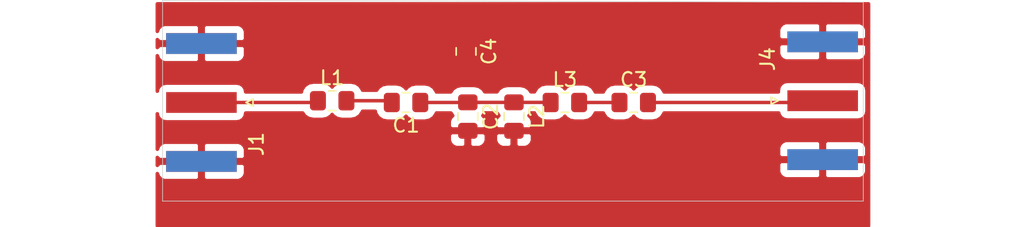
<source format=kicad_pcb>
(kicad_pcb (version 20171130) (host pcbnew "(6.0.0-rc1-dev-305-gf0b8b21)")

  (general
    (thickness 1.6)
    (drawings 4)
    (tracks 14)
    (zones 0)
    (modules 9)
    (nets 9)
  )

  (page A4)
  (layers
    (0 F.Cu signal)
    (31 B.Cu signal)
    (32 B.Adhes user)
    (33 F.Adhes user)
    (34 B.Paste user)
    (35 F.Paste user)
    (36 B.SilkS user)
    (37 F.SilkS user)
    (38 B.Mask user)
    (39 F.Mask user)
    (40 Dwgs.User user)
    (41 Cmts.User user)
    (42 Eco1.User user)
    (43 Eco2.User user)
    (44 Edge.Cuts user)
    (45 Margin user)
    (46 B.CrtYd user)
    (47 F.CrtYd user)
    (48 B.Fab user)
    (49 F.Fab user)
  )

  (setup
    (last_trace_width 0.25)
    (trace_clearance 0.2)
    (zone_clearance 0.508)
    (zone_45_only no)
    (trace_min 0.2)
    (via_size 0.8)
    (via_drill 0.4)
    (via_min_size 0.4)
    (via_min_drill 0.3)
    (uvia_size 0.3)
    (uvia_drill 0.1)
    (uvias_allowed no)
    (uvia_min_size 0.2)
    (uvia_min_drill 0.1)
    (edge_width 0.05)
    (segment_width 0.2)
    (pcb_text_width 0.3)
    (pcb_text_size 1.5 1.5)
    (mod_edge_width 0.12)
    (mod_text_size 1 1)
    (mod_text_width 0.15)
    (pad_size 1.5 5.08)
    (pad_drill 0)
    (pad_to_mask_clearance 0.2)
    (aux_axis_origin 0 0)
    (visible_elements FFFFFF7F)
    (pcbplotparams
      (layerselection 0x010fc_ffffffff)
      (usegerberextensions false)
      (usegerberattributes false)
      (usegerberadvancedattributes false)
      (creategerberjobfile false)
      (excludeedgelayer true)
      (linewidth 0.100000)
      (plotframeref false)
      (viasonmask false)
      (mode 1)
      (useauxorigin false)
      (hpglpennumber 1)
      (hpglpenspeed 20)
      (hpglpendiameter 15.000000)
      (psnegative false)
      (psa4output false)
      (plotreference true)
      (plotvalue true)
      (plotinvisibletext false)
      (padsonsilk false)
      (subtractmaskfromsilk false)
      (outputformat 1)
      (mirror false)
      (drillshape 0)
      (scaleselection 1)
      (outputdirectory ""))
  )

  (net 0 "")
  (net 1 "Net-(C1-Pad2)")
  (net 2 "Net-(C1-Pad1)")
  (net 3 GND)
  (net 4 "Net-(C3-Pad2)")
  (net 5 "Net-(C3-Pad1)")
  (net 6 "Net-(J1-Pad1)")
  (net 7 "Net-(J4-Pad2)")
  (net 8 "Net-(J4-Pad1)")

  (net_class Default "This is the default net class."
    (clearance 0.2)
    (trace_width 0.25)
    (via_dia 0.8)
    (via_drill 0.4)
    (uvia_dia 0.3)
    (uvia_drill 0.1)
    (add_net GND)
    (add_net "Net-(C1-Pad1)")
    (add_net "Net-(C1-Pad2)")
    (add_net "Net-(C3-Pad1)")
    (add_net "Net-(C3-Pad2)")
    (add_net "Net-(J1-Pad1)")
    (add_net "Net-(J4-Pad1)")
    (add_net "Net-(J4-Pad2)")
  )

  (module Capacitor_SMD:C_0805_2012Metric_Pad1.15x1.40mm_HandSolder (layer F.Cu) (tedit 5B36C52B) (tstamp 5E3F7E34)
    (at 124.705 65.913 180)
    (descr "Capacitor SMD 0805 (2012 Metric), square (rectangular) end terminal, IPC_7351 nominal with elongated pad for handsoldering. (Body size source: https://docs.google.com/spreadsheets/d/1BsfQQcO9C6DZCsRaXUlFlo91Tg2WpOkGARC1WS5S8t0/edit?usp=sharing), generated with kicad-footprint-generator")
    (tags "capacitor handsolder")
    (path /5E3F4573)
    (attr smd)
    (fp_text reference C1 (at 0 -1.65 180) (layer F.SilkS)
      (effects (font (size 1 1) (thickness 0.15)))
    )
    (fp_text value C (at 0 1.65 180) (layer F.Fab)
      (effects (font (size 1 1) (thickness 0.15)))
    )
    (fp_text user %R (at 0 0 180) (layer F.Fab)
      (effects (font (size 0.5 0.5) (thickness 0.08)))
    )
    (fp_line (start 1.85 0.95) (end -1.85 0.95) (layer F.CrtYd) (width 0.05))
    (fp_line (start 1.85 -0.95) (end 1.85 0.95) (layer F.CrtYd) (width 0.05))
    (fp_line (start -1.85 -0.95) (end 1.85 -0.95) (layer F.CrtYd) (width 0.05))
    (fp_line (start -1.85 0.95) (end -1.85 -0.95) (layer F.CrtYd) (width 0.05))
    (fp_line (start -0.261252 0.71) (end 0.261252 0.71) (layer F.SilkS) (width 0.12))
    (fp_line (start -0.261252 -0.71) (end 0.261252 -0.71) (layer F.SilkS) (width 0.12))
    (fp_line (start 1 0.6) (end -1 0.6) (layer F.Fab) (width 0.1))
    (fp_line (start 1 -0.6) (end 1 0.6) (layer F.Fab) (width 0.1))
    (fp_line (start -1 -0.6) (end 1 -0.6) (layer F.Fab) (width 0.1))
    (fp_line (start -1 0.6) (end -1 -0.6) (layer F.Fab) (width 0.1))
    (pad 2 smd roundrect (at 1.025 0 180) (size 1.15 1.4) (layers F.Cu F.Paste F.Mask) (roundrect_rratio 0.217391)
      (net 1 "Net-(C1-Pad2)"))
    (pad 1 smd roundrect (at -1.025 0 180) (size 1.15 1.4) (layers F.Cu F.Paste F.Mask) (roundrect_rratio 0.217391)
      (net 2 "Net-(C1-Pad1)"))
    (model ${KISYS3DMOD}/Capacitor_SMD.3dshapes/C_0805_2012Metric.wrl
      (at (xyz 0 0 0))
      (scale (xyz 1 1 1))
      (rotate (xyz 0 0 0))
    )
  )

  (module Capacitor_SMD:C_0805_2012Metric_Pad1.15x1.40mm_HandSolder (layer F.Cu) (tedit 5B36C52B) (tstamp 5E3F7E45)
    (at 129.15 66.929 270)
    (descr "Capacitor SMD 0805 (2012 Metric), square (rectangular) end terminal, IPC_7351 nominal with elongated pad for handsoldering. (Body size source: https://docs.google.com/spreadsheets/d/1BsfQQcO9C6DZCsRaXUlFlo91Tg2WpOkGARC1WS5S8t0/edit?usp=sharing), generated with kicad-footprint-generator")
    (tags "capacitor handsolder")
    (path /5E3F463A)
    (attr smd)
    (fp_text reference C2 (at 0 -1.65 270) (layer F.SilkS)
      (effects (font (size 1 1) (thickness 0.15)))
    )
    (fp_text value C (at 0 1.65 270) (layer F.Fab)
      (effects (font (size 1 1) (thickness 0.15)))
    )
    (fp_line (start -1 0.6) (end -1 -0.6) (layer F.Fab) (width 0.1))
    (fp_line (start -1 -0.6) (end 1 -0.6) (layer F.Fab) (width 0.1))
    (fp_line (start 1 -0.6) (end 1 0.6) (layer F.Fab) (width 0.1))
    (fp_line (start 1 0.6) (end -1 0.6) (layer F.Fab) (width 0.1))
    (fp_line (start -0.261252 -0.71) (end 0.261252 -0.71) (layer F.SilkS) (width 0.12))
    (fp_line (start -0.261252 0.71) (end 0.261252 0.71) (layer F.SilkS) (width 0.12))
    (fp_line (start -1.85 0.95) (end -1.85 -0.95) (layer F.CrtYd) (width 0.05))
    (fp_line (start -1.85 -0.95) (end 1.85 -0.95) (layer F.CrtYd) (width 0.05))
    (fp_line (start 1.85 -0.95) (end 1.85 0.95) (layer F.CrtYd) (width 0.05))
    (fp_line (start 1.85 0.95) (end -1.85 0.95) (layer F.CrtYd) (width 0.05))
    (fp_text user %R (at 0 0 270) (layer F.Fab)
      (effects (font (size 0.5 0.5) (thickness 0.08)))
    )
    (pad 1 smd roundrect (at -1.025 0 270) (size 1.15 1.4) (layers F.Cu F.Paste F.Mask) (roundrect_rratio 0.217391)
      (net 2 "Net-(C1-Pad1)"))
    (pad 2 smd roundrect (at 1.025 0 270) (size 1.15 1.4) (layers F.Cu F.Paste F.Mask) (roundrect_rratio 0.217391)
      (net 3 GND))
    (model ${KISYS3DMOD}/Capacitor_SMD.3dshapes/C_0805_2012Metric.wrl
      (at (xyz 0 0 0))
      (scale (xyz 1 1 1))
      (rotate (xyz 0 0 0))
    )
  )

  (module Capacitor_SMD:C_0805_2012Metric_Pad1.15x1.40mm_HandSolder (layer F.Cu) (tedit 5E3F468A) (tstamp 5E3F7E56)
    (at 141.088 65.913)
    (descr "Capacitor SMD 0805 (2012 Metric), square (rectangular) end terminal, IPC_7351 nominal with elongated pad for handsoldering. (Body size source: https://docs.google.com/spreadsheets/d/1BsfQQcO9C6DZCsRaXUlFlo91Tg2WpOkGARC1WS5S8t0/edit?usp=sharing), generated with kicad-footprint-generator")
    (tags "capacitor handsolder")
    (path /5E3F4720)
    (attr smd)
    (fp_text reference C3 (at 0 -1.65) (layer F.SilkS)
      (effects (font (size 1 1) (thickness 0.15)))
    )
    (fp_text value C (at 0 1.65) (layer F.Fab)
      (effects (font (size 1 1) (thickness 0.15)))
    )
    (fp_text user %R (at 0 0) (layer F.Fab)
      (effects (font (size 0.5 0.5) (thickness 0.08)))
    )
    (fp_line (start 1.85 0.95) (end -1.85 0.95) (layer F.CrtYd) (width 0.05))
    (fp_line (start 1.85 -0.95) (end 1.85 0.95) (layer F.CrtYd) (width 0.05))
    (fp_line (start -1.85 -0.95) (end 1.85 -0.95) (layer F.CrtYd) (width 0.05))
    (fp_line (start -1.85 0.95) (end -1.85 -0.95) (layer F.CrtYd) (width 0.05))
    (fp_line (start -0.261252 0.71) (end 0.261252 0.71) (layer F.SilkS) (width 0.12))
    (fp_line (start -0.261252 -0.71) (end 0.261252 -0.71) (layer F.SilkS) (width 0.12))
    (fp_line (start 1 0.6) (end -1 0.6) (layer F.Fab) (width 0.1))
    (fp_line (start 1 -0.6) (end 1 0.6) (layer F.Fab) (width 0.1))
    (fp_line (start -1 -0.6) (end 1 -0.6) (layer F.Fab) (width 0.1))
    (fp_line (start -1 0.6) (end -1 -0.6) (layer F.Fab) (width 0.1))
    (pad 2 smd roundrect (at 1.025 0) (size 1.15 1.4) (layers F.Cu F.Paste F.Mask) (roundrect_rratio 0.217)
      (net 4 "Net-(C3-Pad2)"))
    (pad 1 smd roundrect (at -1.025 0) (size 1.15 1.4) (layers F.Cu F.Paste F.Mask) (roundrect_rratio 0.217391)
      (net 5 "Net-(C3-Pad1)"))
    (model ${KISYS3DMOD}/Capacitor_SMD.3dshapes/C_0805_2012Metric.wrl
      (at (xyz 0 0 0))
      (scale (xyz 1 1 1))
      (rotate (xyz 0 0 0))
    )
  )

  (module Connector_Coaxial:SMA_Amphenol_132289_EdgeMount (layer F.Cu) (tedit 5A1C1810) (tstamp 5E3F7E8A)
    (at 109.982 65.913 180)
    (descr http://www.amphenolrf.com/132289.html)
    (tags SMA)
    (path /5E3F4850)
    (attr smd)
    (fp_text reference J1 (at -3.96 -3 270) (layer F.SilkS)
      (effects (font (size 1 1) (thickness 0.15)))
    )
    (fp_text value Conn_Coaxial (at 5 6 180) (layer F.Fab)
      (effects (font (size 1 1) (thickness 0.15)))
    )
    (fp_line (start -1.91 5.08) (end 4.445 5.08) (layer F.Fab) (width 0.1))
    (fp_line (start -1.91 3.81) (end -1.91 5.08) (layer F.Fab) (width 0.1))
    (fp_line (start 2.54 3.81) (end -1.91 3.81) (layer F.Fab) (width 0.1))
    (fp_line (start 2.54 -3.81) (end 2.54 3.81) (layer F.Fab) (width 0.1))
    (fp_line (start -1.91 -3.81) (end 2.54 -3.81) (layer F.Fab) (width 0.1))
    (fp_line (start -1.91 -5.08) (end -1.91 -3.81) (layer F.Fab) (width 0.1))
    (fp_line (start -1.91 -5.08) (end 4.445 -5.08) (layer F.Fab) (width 0.1))
    (fp_line (start 4.445 -3.81) (end 4.445 -5.08) (layer F.Fab) (width 0.1))
    (fp_line (start 4.445 5.08) (end 4.445 3.81) (layer F.Fab) (width 0.1))
    (fp_line (start 13.97 3.81) (end 4.445 3.81) (layer F.Fab) (width 0.1))
    (fp_line (start 13.97 -3.81) (end 13.97 3.81) (layer F.Fab) (width 0.1))
    (fp_line (start 4.445 -3.81) (end 13.97 -3.81) (layer F.Fab) (width 0.1))
    (fp_line (start -3.04 5.58) (end -3.04 -5.58) (layer B.CrtYd) (width 0.05))
    (fp_line (start 14.47 5.58) (end -3.04 5.58) (layer B.CrtYd) (width 0.05))
    (fp_line (start 14.47 -5.58) (end 14.47 5.58) (layer B.CrtYd) (width 0.05))
    (fp_line (start 14.47 -5.58) (end -3.04 -5.58) (layer B.CrtYd) (width 0.05))
    (fp_line (start -3.04 5.58) (end -3.04 -5.58) (layer F.CrtYd) (width 0.05))
    (fp_line (start 14.47 5.58) (end -3.04 5.58) (layer F.CrtYd) (width 0.05))
    (fp_line (start 14.47 -5.58) (end 14.47 5.58) (layer F.CrtYd) (width 0.05))
    (fp_line (start 14.47 -5.58) (end -3.04 -5.58) (layer F.CrtYd) (width 0.05))
    (fp_text user %R (at 4.79 0 90) (layer F.Fab)
      (effects (font (size 1 1) (thickness 0.15)))
    )
    (fp_line (start 2.54 -0.75) (end 3.54 0) (layer F.Fab) (width 0.1))
    (fp_line (start 3.54 0) (end 2.54 0.75) (layer F.Fab) (width 0.1))
    (fp_line (start -3.21 0) (end -3.71 -0.25) (layer F.SilkS) (width 0.12))
    (fp_line (start -3.71 -0.25) (end -3.71 0.25) (layer F.SilkS) (width 0.12))
    (fp_line (start -3.71 0.25) (end -3.21 0) (layer F.SilkS) (width 0.12))
    (pad 1 smd rect (at 0 0 270) (size 1.5 5.08) (layers F.Cu F.Paste F.Mask)
      (net 6 "Net-(J1-Pad1)"))
    (pad 2 smd rect (at 0 -4.25 270) (size 1.5 5.08) (layers F.Cu F.Paste F.Mask)
      (net 3 GND))
    (pad 2 smd rect (at 0 4.25 270) (size 1.5 5.08) (layers F.Cu F.Paste F.Mask)
      (net 3 GND))
    (pad 2 smd rect (at 0 -4.25 270) (size 1.5 5.08) (layers B.Cu B.Paste B.Mask)
      (net 3 GND))
    (pad 2 smd rect (at 0 4.25 270) (size 1.5 5.08) (layers B.Cu B.Paste B.Mask)
      (net 3 GND))
    (model ${KISYS3DMOD}/Connector_Coaxial.3dshapes/SMA_Amphenol_132289_EdgeMount.wrl
      (at (xyz 0 0 0))
      (scale (xyz 1 1 1))
      (rotate (xyz 0 0 0))
    )
  )

  (module Connector_Coaxial:SMA_Amphenol_132289_EdgeMount (layer F.Cu) (tedit 5E3F4750) (tstamp 5E3F7EAD)
    (at 154.686 65.786)
    (descr http://www.amphenolrf.com/132289.html)
    (tags SMA)
    (path /5E3CB9BF)
    (attr smd)
    (fp_text reference J4 (at -3.96 -3 90) (layer F.SilkS)
      (effects (font (size 1 1) (thickness 0.15)))
    )
    (fp_text value Conn_Coaxial (at 5 6) (layer F.Fab)
      (effects (font (size 1 1) (thickness 0.15)))
    )
    (fp_line (start -3.71 0.25) (end -3.21 0) (layer F.SilkS) (width 0.12))
    (fp_line (start -3.71 -0.25) (end -3.71 0.25) (layer F.SilkS) (width 0.12))
    (fp_line (start -3.21 0) (end -3.71 -0.25) (layer F.SilkS) (width 0.12))
    (fp_line (start 3.54 0) (end 2.54 0.75) (layer F.Fab) (width 0.1))
    (fp_line (start 2.54 -0.75) (end 3.54 0) (layer F.Fab) (width 0.1))
    (fp_text user %R (at 4.79 0 270) (layer F.Fab)
      (effects (font (size 1 1) (thickness 0.15)))
    )
    (fp_line (start 14.47 -5.58) (end -3.04 -5.58) (layer F.CrtYd) (width 0.05))
    (fp_line (start 14.47 -5.58) (end 14.47 5.58) (layer F.CrtYd) (width 0.05))
    (fp_line (start 14.47 5.58) (end -3.04 5.58) (layer F.CrtYd) (width 0.05))
    (fp_line (start -3.04 5.58) (end -3.04 -5.58) (layer F.CrtYd) (width 0.05))
    (fp_line (start 14.47 -5.58) (end -3.04 -5.58) (layer B.CrtYd) (width 0.05))
    (fp_line (start 14.47 -5.58) (end 14.47 5.58) (layer B.CrtYd) (width 0.05))
    (fp_line (start 14.47 5.58) (end -3.04 5.58) (layer B.CrtYd) (width 0.05))
    (fp_line (start -3.04 5.58) (end -3.04 -5.58) (layer B.CrtYd) (width 0.05))
    (fp_line (start 4.445 -3.81) (end 13.97 -3.81) (layer F.Fab) (width 0.1))
    (fp_line (start 13.97 -3.81) (end 13.97 3.81) (layer F.Fab) (width 0.1))
    (fp_line (start 13.97 3.81) (end 4.445 3.81) (layer F.Fab) (width 0.1))
    (fp_line (start 4.445 5.08) (end 4.445 3.81) (layer F.Fab) (width 0.1))
    (fp_line (start 4.445 -3.81) (end 4.445 -5.08) (layer F.Fab) (width 0.1))
    (fp_line (start -1.91 -5.08) (end 4.445 -5.08) (layer F.Fab) (width 0.1))
    (fp_line (start -1.91 -5.08) (end -1.91 -3.81) (layer F.Fab) (width 0.1))
    (fp_line (start -1.91 -3.81) (end 2.54 -3.81) (layer F.Fab) (width 0.1))
    (fp_line (start 2.54 -3.81) (end 2.54 3.81) (layer F.Fab) (width 0.1))
    (fp_line (start 2.54 3.81) (end -1.91 3.81) (layer F.Fab) (width 0.1))
    (fp_line (start -1.91 3.81) (end -1.91 5.08) (layer F.Fab) (width 0.1))
    (fp_line (start -1.91 5.08) (end 4.445 5.08) (layer F.Fab) (width 0.1))
    (pad 2 smd rect (at 0 4.25 90) (size 1.5 5.08) (layers B.Cu B.Paste B.Mask)
      (net 7 "Net-(J4-Pad2)"))
    (pad 2 smd rect (at 0 -4.25 90) (size 1.5 5.08) (layers B.Cu B.Paste B.Mask)
      (net 7 "Net-(J4-Pad2)"))
    (pad 2 smd rect (at 0 4.25 90) (size 1.5 5.08) (layers F.Cu F.Paste F.Mask)
      (net 7 "Net-(J4-Pad2)"))
    (pad 2 smd rect (at 0 -4.25 90) (size 1.5 5.08) (layers F.Cu F.Paste F.Mask)
      (net 7 "Net-(J4-Pad2)"))
    (pad 1 smd rect (at 0 0 90) (size 1.5 5.08) (layers F.Cu F.Paste F.Mask)
      (net 8 "Net-(J4-Pad1)"))
    (model ${KISYS3DMOD}/Connector_Coaxial.3dshapes/SMA_Amphenol_132289_EdgeMount.wrl
      (at (xyz 0 0 0))
      (scale (xyz 1 1 1))
      (rotate (xyz 0 0 0))
    )
  )

  (module Inductor_SMD:L_0805_2012Metric_Pad1.15x1.40mm_HandSolder (layer F.Cu) (tedit 5B36C52B) (tstamp 5E3F7EBE)
    (at 119.389 65.786)
    (descr "Capacitor SMD 0805 (2012 Metric), square (rectangular) end terminal, IPC_7351 nominal with elongated pad for handsoldering. (Body size source: https://docs.google.com/spreadsheets/d/1BsfQQcO9C6DZCsRaXUlFlo91Tg2WpOkGARC1WS5S8t0/edit?usp=sharing), generated with kicad-footprint-generator")
    (tags "inductor handsolder")
    (path /5E3F44DE)
    (attr smd)
    (fp_text reference L1 (at 0 -1.65) (layer F.SilkS)
      (effects (font (size 1 1) (thickness 0.15)))
    )
    (fp_text value L (at 0 1.65) (layer F.Fab)
      (effects (font (size 1 1) (thickness 0.15)))
    )
    (fp_line (start -1 0.6) (end -1 -0.6) (layer F.Fab) (width 0.1))
    (fp_line (start -1 -0.6) (end 1 -0.6) (layer F.Fab) (width 0.1))
    (fp_line (start 1 -0.6) (end 1 0.6) (layer F.Fab) (width 0.1))
    (fp_line (start 1 0.6) (end -1 0.6) (layer F.Fab) (width 0.1))
    (fp_line (start -0.261252 -0.71) (end 0.261252 -0.71) (layer F.SilkS) (width 0.12))
    (fp_line (start -0.261252 0.71) (end 0.261252 0.71) (layer F.SilkS) (width 0.12))
    (fp_line (start -1.85 0.95) (end -1.85 -0.95) (layer F.CrtYd) (width 0.05))
    (fp_line (start -1.85 -0.95) (end 1.85 -0.95) (layer F.CrtYd) (width 0.05))
    (fp_line (start 1.85 -0.95) (end 1.85 0.95) (layer F.CrtYd) (width 0.05))
    (fp_line (start 1.85 0.95) (end -1.85 0.95) (layer F.CrtYd) (width 0.05))
    (fp_text user %R (at 0 0) (layer F.Fab)
      (effects (font (size 0.5 0.5) (thickness 0.08)))
    )
    (pad 1 smd roundrect (at -1.025 0) (size 1.15 1.4) (layers F.Cu F.Paste F.Mask) (roundrect_rratio 0.217391)
      (net 6 "Net-(J1-Pad1)"))
    (pad 2 smd roundrect (at 1.025 0) (size 1.15 1.4) (layers F.Cu F.Paste F.Mask) (roundrect_rratio 0.217391)
      (net 1 "Net-(C1-Pad2)"))
    (model ${KISYS3DMOD}/Inductor_SMD.3dshapes/L_0805_2012Metric.wrl
      (at (xyz 0 0 0))
      (scale (xyz 1 1 1))
      (rotate (xyz 0 0 0))
    )
  )

  (module Inductor_SMD:L_0805_2012Metric_Pad1.15x1.40mm_HandSolder (layer F.Cu) (tedit 5B36C52B) (tstamp 5E3F7ECF)
    (at 132.47 66.929 270)
    (descr "Capacitor SMD 0805 (2012 Metric), square (rectangular) end terminal, IPC_7351 nominal with elongated pad for handsoldering. (Body size source: https://docs.google.com/spreadsheets/d/1BsfQQcO9C6DZCsRaXUlFlo91Tg2WpOkGARC1WS5S8t0/edit?usp=sharing), generated with kicad-footprint-generator")
    (tags "inductor handsolder")
    (path /5E3F45D8)
    (attr smd)
    (fp_text reference L2 (at 0 -1.65 270) (layer F.SilkS)
      (effects (font (size 1 1) (thickness 0.15)))
    )
    (fp_text value L (at 0 1.65 270) (layer F.Fab)
      (effects (font (size 1 1) (thickness 0.15)))
    )
    (fp_text user %R (at 0 0 270) (layer F.Fab)
      (effects (font (size 0.5 0.5) (thickness 0.08)))
    )
    (fp_line (start 1.85 0.95) (end -1.85 0.95) (layer F.CrtYd) (width 0.05))
    (fp_line (start 1.85 -0.95) (end 1.85 0.95) (layer F.CrtYd) (width 0.05))
    (fp_line (start -1.85 -0.95) (end 1.85 -0.95) (layer F.CrtYd) (width 0.05))
    (fp_line (start -1.85 0.95) (end -1.85 -0.95) (layer F.CrtYd) (width 0.05))
    (fp_line (start -0.261252 0.71) (end 0.261252 0.71) (layer F.SilkS) (width 0.12))
    (fp_line (start -0.261252 -0.71) (end 0.261252 -0.71) (layer F.SilkS) (width 0.12))
    (fp_line (start 1 0.6) (end -1 0.6) (layer F.Fab) (width 0.1))
    (fp_line (start 1 -0.6) (end 1 0.6) (layer F.Fab) (width 0.1))
    (fp_line (start -1 -0.6) (end 1 -0.6) (layer F.Fab) (width 0.1))
    (fp_line (start -1 0.6) (end -1 -0.6) (layer F.Fab) (width 0.1))
    (pad 2 smd roundrect (at 1.025 0 270) (size 1.15 1.4) (layers F.Cu F.Paste F.Mask) (roundrect_rratio 0.217391)
      (net 3 GND))
    (pad 1 smd roundrect (at -1.025 0 270) (size 1.15 1.4) (layers F.Cu F.Paste F.Mask) (roundrect_rratio 0.217391)
      (net 2 "Net-(C1-Pad1)"))
    (model ${KISYS3DMOD}/Inductor_SMD.3dshapes/L_0805_2012Metric.wrl
      (at (xyz 0 0 0))
      (scale (xyz 1 1 1))
      (rotate (xyz 0 0 0))
    )
  )

  (module Inductor_SMD:L_0805_2012Metric_Pad1.15x1.40mm_HandSolder (layer F.Cu) (tedit 5B36C52B) (tstamp 5E3F7EE0)
    (at 136.135 65.913)
    (descr "Capacitor SMD 0805 (2012 Metric), square (rectangular) end terminal, IPC_7351 nominal with elongated pad for handsoldering. (Body size source: https://docs.google.com/spreadsheets/d/1BsfQQcO9C6DZCsRaXUlFlo91Tg2WpOkGARC1WS5S8t0/edit?usp=sharing), generated with kicad-footprint-generator")
    (tags "inductor handsolder")
    (path /5E3F4695)
    (attr smd)
    (fp_text reference L3 (at 0 -1.65) (layer F.SilkS)
      (effects (font (size 1 1) (thickness 0.15)))
    )
    (fp_text value L (at 0 1.65) (layer F.Fab)
      (effects (font (size 1 1) (thickness 0.15)))
    )
    (fp_line (start -1 0.6) (end -1 -0.6) (layer F.Fab) (width 0.1))
    (fp_line (start -1 -0.6) (end 1 -0.6) (layer F.Fab) (width 0.1))
    (fp_line (start 1 -0.6) (end 1 0.6) (layer F.Fab) (width 0.1))
    (fp_line (start 1 0.6) (end -1 0.6) (layer F.Fab) (width 0.1))
    (fp_line (start -0.261252 -0.71) (end 0.261252 -0.71) (layer F.SilkS) (width 0.12))
    (fp_line (start -0.261252 0.71) (end 0.261252 0.71) (layer F.SilkS) (width 0.12))
    (fp_line (start -1.85 0.95) (end -1.85 -0.95) (layer F.CrtYd) (width 0.05))
    (fp_line (start -1.85 -0.95) (end 1.85 -0.95) (layer F.CrtYd) (width 0.05))
    (fp_line (start 1.85 -0.95) (end 1.85 0.95) (layer F.CrtYd) (width 0.05))
    (fp_line (start 1.85 0.95) (end -1.85 0.95) (layer F.CrtYd) (width 0.05))
    (fp_text user %R (at 0 0) (layer F.Fab)
      (effects (font (size 0.5 0.5) (thickness 0.08)))
    )
    (pad 1 smd roundrect (at -1.025 0) (size 1.15 1.4) (layers F.Cu F.Paste F.Mask) (roundrect_rratio 0.217391)
      (net 2 "Net-(C1-Pad1)"))
    (pad 2 smd roundrect (at 1.025 0) (size 1.15 1.4) (layers F.Cu F.Paste F.Mask) (roundrect_rratio 0.217391)
      (net 5 "Net-(C3-Pad1)"))
    (model ${KISYS3DMOD}/Inductor_SMD.3dshapes/L_0805_2012Metric.wrl
      (at (xyz 0 0 0))
      (scale (xyz 1 1 1))
      (rotate (xyz 0 0 0))
    )
  )

  (module Capacitor_SMD:C_0805_2012Metric_Pad1.15x1.40mm_HandSolder (layer F.Cu) (tedit 5B36C52B) (tstamp 5E3F899D)
    (at 129.023 62.23 270)
    (descr "Capacitor SMD 0805 (2012 Metric), square (rectangular) end terminal, IPC_7351 nominal with elongated pad for handsoldering. (Body size source: https://docs.google.com/spreadsheets/d/1BsfQQcO9C6DZCsRaXUlFlo91Tg2WpOkGARC1WS5S8t0/edit?usp=sharing), generated with kicad-footprint-generator")
    (tags "capacitor handsolder")
    (path /5E3CB8A5)
    (attr smd)
    (fp_text reference C4 (at 0 -1.65 270) (layer F.SilkS)
      (effects (font (size 1 1) (thickness 0.15)))
    )
    (fp_text value C (at 0 1.65 270) (layer F.Fab)
      (effects (font (size 1 1) (thickness 0.15)))
    )
    (fp_line (start -1 0.6) (end -1 -0.6) (layer F.Fab) (width 0.1))
    (fp_line (start -1 -0.6) (end 1 -0.6) (layer F.Fab) (width 0.1))
    (fp_line (start 1 -0.6) (end 1 0.6) (layer F.Fab) (width 0.1))
    (fp_line (start 1 0.6) (end -1 0.6) (layer F.Fab) (width 0.1))
    (fp_line (start -0.261252 -0.71) (end 0.261252 -0.71) (layer F.SilkS) (width 0.12))
    (fp_line (start -0.261252 0.71) (end 0.261252 0.71) (layer F.SilkS) (width 0.12))
    (fp_line (start -1.85 0.95) (end -1.85 -0.95) (layer F.CrtYd) (width 0.05))
    (fp_line (start -1.85 -0.95) (end 1.85 -0.95) (layer F.CrtYd) (width 0.05))
    (fp_line (start 1.85 -0.95) (end 1.85 0.95) (layer F.CrtYd) (width 0.05))
    (fp_line (start 1.85 0.95) (end -1.85 0.95) (layer F.CrtYd) (width 0.05))
    (fp_text user %R (at 0 0 270) (layer F.Fab)
      (effects (font (size 0.5 0.5) (thickness 0.08)))
    )
    (pad 1 smd roundrect (at -1.025 0 270) (size 1.15 1.4) (layers F.Cu F.Paste F.Mask) (roundrect_rratio 0.217391)
      (net 3 GND))
    (pad 2 smd roundrect (at 1.025 0 270) (size 1.15 1.4) (layers F.Cu F.Paste F.Mask) (roundrect_rratio 0.217391)
      (net 2 "Net-(C1-Pad1)"))
    (model ${KISYS3DMOD}/Capacitor_SMD.3dshapes/C_0805_2012Metric.wrl
      (at (xyz 0 0 0))
      (scale (xyz 1 1 1))
      (rotate (xyz 0 0 0))
    )
  )

  (gr_line (start 157.607 58.674) (end 107.188 58.547) (layer Edge.Cuts) (width 0.05))
  (gr_line (start 157.607 73.025) (end 157.607 58.674) (layer Edge.Cuts) (width 0.05))
  (gr_line (start 107.188 73.025) (end 157.607 73.025) (layer Edge.Cuts) (width 0.05))
  (gr_line (start 107.188 58.547) (end 107.188 73.025) (layer Edge.Cuts) (width 0.05))

  (segment (start 123.553 65.786) (end 123.68 65.913) (width 0.25) (layer F.Cu) (net 1) (status 30))
  (segment (start 120.414 65.786) (end 123.553 65.786) (width 0.25) (layer F.Cu) (net 1) (status 30))
  (segment (start 129.141 65.913) (end 129.15 65.904) (width 0.25) (layer F.Cu) (net 2) (status 30))
  (segment (start 125.73 65.913) (end 129.141 65.913) (width 0.25) (layer F.Cu) (net 2) (status 30))
  (segment (start 129.95 65.904) (end 132.47 65.904) (width 0.25) (layer F.Cu) (net 2) (status 20))
  (segment (start 129.15 65.904) (end 129.95 65.904) (width 0.25) (layer F.Cu) (net 2) (status 10))
  (segment (start 135.101 65.904) (end 135.11 65.913) (width 0.25) (layer F.Cu) (net 2) (status 30))
  (segment (start 132.47 65.904) (end 135.101 65.904) (width 0.25) (layer F.Cu) (net 2) (status 30))
  (segment (start 137.835 65.913) (end 140.063 65.913) (width 0.25) (layer F.Cu) (net 5) (status 20))
  (segment (start 137.16 65.913) (end 137.835 65.913) (width 0.25) (layer F.Cu) (net 5) (status 10))
  (segment (start 118.237 65.913) (end 118.364 65.786) (width 0.25) (layer F.Cu) (net 6) (status 30))
  (segment (start 109.982 65.913) (end 118.237 65.913) (width 0.25) (layer F.Cu) (net 6) (status 30))
  (segment (start 154.559 65.913) (end 154.686 65.786) (width 0.25) (layer F.Cu) (net 0) (status 30))
  (segment (start 142.113 65.913) (end 154.559 65.913) (width 0.25) (layer F.Cu) (net 0) (status 30))

  (zone (net 3) (net_name GND) (layer F.Cu) (tstamp 0) (hatch edge 0.508)
    (connect_pads (clearance 0.508))
    (min_thickness 0.254)
    (fill yes (arc_segments 16) (thermal_gap 0.508) (thermal_bridge_width 0.508))
    (polygon
      (pts
        (xy 146.558 58.674) (xy 106.68 58.674) (xy 106.68 74.93) (xy 158.115 74.93) (xy 158.115 58.674)
      )
    )
    (filled_polygon
      (pts
        (xy 157.988 74.803) (xy 106.807 74.803) (xy 106.807 71.039309) (xy 106.903673 71.272698) (xy 107.082301 71.451327)
        (xy 107.31569 71.548) (xy 109.69625 71.548) (xy 109.855 71.38925) (xy 109.855 70.29) (xy 110.109 70.29)
        (xy 110.109 71.38925) (xy 110.26775 71.548) (xy 112.64831 71.548) (xy 112.881699 71.451327) (xy 113.060327 71.272698)
        (xy 113.157 71.039309) (xy 113.157 70.44875) (xy 113.03 70.32175) (xy 151.511 70.32175) (xy 151.511 70.912309)
        (xy 151.607673 71.145698) (xy 151.786301 71.324327) (xy 152.01969 71.421) (xy 154.40025 71.421) (xy 154.559 71.26225)
        (xy 154.559 70.163) (xy 154.813 70.163) (xy 154.813 71.26225) (xy 154.97175 71.421) (xy 157.35231 71.421)
        (xy 157.585699 71.324327) (xy 157.764327 71.145698) (xy 157.861 70.912309) (xy 157.861 70.32175) (xy 157.70225 70.163)
        (xy 154.813 70.163) (xy 154.559 70.163) (xy 151.66975 70.163) (xy 151.511 70.32175) (xy 113.03 70.32175)
        (xy 112.99825 70.29) (xy 110.109 70.29) (xy 109.855 70.29) (xy 106.96575 70.29) (xy 106.807 70.44875)
        (xy 106.807 69.87725) (xy 106.96575 70.036) (xy 109.855 70.036) (xy 109.855 68.93675) (xy 110.109 68.93675)
        (xy 110.109 70.036) (xy 112.99825 70.036) (xy 113.157 69.87725) (xy 113.157 69.286691) (xy 113.060327 69.053302)
        (xy 112.881699 68.874673) (xy 112.64831 68.778) (xy 110.26775 68.778) (xy 110.109 68.93675) (xy 109.855 68.93675)
        (xy 109.69625 68.778) (xy 107.31569 68.778) (xy 107.082301 68.874673) (xy 106.903673 69.053302) (xy 106.807 69.286691)
        (xy 106.807 68.23975) (xy 127.815 68.23975) (xy 127.815 68.655309) (xy 127.911673 68.888698) (xy 128.090301 69.067327)
        (xy 128.32369 69.164) (xy 128.86425 69.164) (xy 129.023 69.00525) (xy 129.023 68.081) (xy 129.277 68.081)
        (xy 129.277 69.00525) (xy 129.43575 69.164) (xy 129.97631 69.164) (xy 130.209699 69.067327) (xy 130.388327 68.888698)
        (xy 130.485 68.655309) (xy 130.485 68.23975) (xy 131.135 68.23975) (xy 131.135 68.655309) (xy 131.231673 68.888698)
        (xy 131.410301 69.067327) (xy 131.64369 69.164) (xy 132.18425 69.164) (xy 132.343 69.00525) (xy 132.343 68.081)
        (xy 132.597 68.081) (xy 132.597 69.00525) (xy 132.75575 69.164) (xy 133.29631 69.164) (xy 133.306712 69.159691)
        (xy 151.511 69.159691) (xy 151.511 69.75025) (xy 151.66975 69.909) (xy 154.559 69.909) (xy 154.559 68.80975)
        (xy 154.813 68.80975) (xy 154.813 69.909) (xy 157.70225 69.909) (xy 157.861 69.75025) (xy 157.861 69.159691)
        (xy 157.764327 68.926302) (xy 157.585699 68.747673) (xy 157.35231 68.651) (xy 154.97175 68.651) (xy 154.813 68.80975)
        (xy 154.559 68.80975) (xy 154.40025 68.651) (xy 152.01969 68.651) (xy 151.786301 68.747673) (xy 151.607673 68.926302)
        (xy 151.511 69.159691) (xy 133.306712 69.159691) (xy 133.529699 69.067327) (xy 133.708327 68.888698) (xy 133.805 68.655309)
        (xy 133.805 68.23975) (xy 133.64625 68.081) (xy 132.597 68.081) (xy 132.343 68.081) (xy 131.29375 68.081)
        (xy 131.135 68.23975) (xy 130.485 68.23975) (xy 130.32625 68.081) (xy 129.277 68.081) (xy 129.023 68.081)
        (xy 127.97375 68.081) (xy 127.815 68.23975) (xy 106.807 68.23975) (xy 106.807 66.725541) (xy 106.843843 66.910765)
        (xy 106.984191 67.120809) (xy 107.194235 67.261157) (xy 107.442 67.31044) (xy 112.522 67.31044) (xy 112.769765 67.261157)
        (xy 112.979809 67.120809) (xy 113.120157 66.910765) (xy 113.167451 66.673) (xy 117.272391 66.673) (xy 117.404414 66.870586)
        (xy 117.695564 67.065127) (xy 118.038999 67.13344) (xy 118.689001 67.13344) (xy 119.032436 67.065127) (xy 119.323586 66.870586)
        (xy 119.389 66.772687) (xy 119.454414 66.870586) (xy 119.745564 67.065127) (xy 120.088999 67.13344) (xy 120.739001 67.13344)
        (xy 121.082436 67.065127) (xy 121.373586 66.870586) (xy 121.568127 66.579436) (xy 121.574778 66.546) (xy 122.493961 66.546)
        (xy 122.525873 66.706436) (xy 122.720414 66.997586) (xy 123.011564 67.192127) (xy 123.354999 67.26044) (xy 124.005001 67.26044)
        (xy 124.348436 67.192127) (xy 124.639586 66.997586) (xy 124.705 66.899687) (xy 124.770414 66.997586) (xy 125.061564 67.192127)
        (xy 125.404999 67.26044) (xy 126.055001 67.26044) (xy 126.398436 67.192127) (xy 126.689586 66.997586) (xy 126.884127 66.706436)
        (xy 126.890778 66.673) (xy 127.938068 66.673) (xy 128.065414 66.863586) (xy 128.066597 66.864377) (xy 127.911673 67.019302)
        (xy 127.815 67.252691) (xy 127.815 67.66825) (xy 127.97375 67.827) (xy 129.023 67.827) (xy 129.023 67.807)
        (xy 129.277 67.807) (xy 129.277 67.827) (xy 130.32625 67.827) (xy 130.485 67.66825) (xy 130.485 67.252691)
        (xy 130.388327 67.019302) (xy 130.233403 66.864377) (xy 130.234586 66.863586) (xy 130.367946 66.664) (xy 131.252054 66.664)
        (xy 131.385414 66.863586) (xy 131.386597 66.864377) (xy 131.231673 67.019302) (xy 131.135 67.252691) (xy 131.135 67.66825)
        (xy 131.29375 67.827) (xy 132.343 67.827) (xy 132.343 67.807) (xy 132.597 67.807) (xy 132.597 67.827)
        (xy 133.64625 67.827) (xy 133.805 67.66825) (xy 133.805 67.252691) (xy 133.708327 67.019302) (xy 133.553403 66.864377)
        (xy 133.554586 66.863586) (xy 133.687946 66.664) (xy 133.947432 66.664) (xy 133.955873 66.706436) (xy 134.150414 66.997586)
        (xy 134.441564 67.192127) (xy 134.784999 67.26044) (xy 135.435001 67.26044) (xy 135.778436 67.192127) (xy 136.069586 66.997586)
        (xy 136.135 66.899687) (xy 136.200414 66.997586) (xy 136.491564 67.192127) (xy 136.834999 67.26044) (xy 137.485001 67.26044)
        (xy 137.828436 67.192127) (xy 138.119586 66.997586) (xy 138.314127 66.706436) (xy 138.320778 66.673) (xy 138.902222 66.673)
        (xy 138.908873 66.706436) (xy 139.103414 66.997586) (xy 139.394564 67.192127) (xy 139.737999 67.26044) (xy 140.388001 67.26044)
        (xy 140.731436 67.192127) (xy 141.022586 66.997586) (xy 141.08789 66.899852) (xy 141.153282 66.997718) (xy 141.444287 67.192161)
        (xy 141.78755 67.26044) (xy 142.43845 67.26044) (xy 142.781713 67.192161) (xy 143.072718 66.997718) (xy 143.267161 66.706713)
        (xy 143.273867 66.673) (xy 151.525811 66.673) (xy 151.547843 66.783765) (xy 151.688191 66.993809) (xy 151.898235 67.134157)
        (xy 152.146 67.18344) (xy 157.226 67.18344) (xy 157.473765 67.134157) (xy 157.683809 66.993809) (xy 157.824157 66.783765)
        (xy 157.87344 66.536) (xy 157.87344 65.036) (xy 157.824157 64.788235) (xy 157.683809 64.578191) (xy 157.473765 64.437843)
        (xy 157.226 64.38856) (xy 152.146 64.38856) (xy 151.898235 64.437843) (xy 151.688191 64.578191) (xy 151.547843 64.788235)
        (xy 151.49856 65.036) (xy 151.49856 65.153) (xy 143.273867 65.153) (xy 143.267161 65.119287) (xy 143.072718 64.828282)
        (xy 142.781713 64.633839) (xy 142.43845 64.56556) (xy 141.78755 64.56556) (xy 141.444287 64.633839) (xy 141.153282 64.828282)
        (xy 141.08789 64.926148) (xy 141.022586 64.828414) (xy 140.731436 64.633873) (xy 140.388001 64.56556) (xy 139.737999 64.56556)
        (xy 139.394564 64.633873) (xy 139.103414 64.828414) (xy 138.908873 65.119564) (xy 138.902222 65.153) (xy 138.320778 65.153)
        (xy 138.314127 65.119564) (xy 138.119586 64.828414) (xy 137.828436 64.633873) (xy 137.485001 64.56556) (xy 136.834999 64.56556)
        (xy 136.491564 64.633873) (xy 136.200414 64.828414) (xy 136.135 64.926313) (xy 136.069586 64.828414) (xy 135.778436 64.633873)
        (xy 135.435001 64.56556) (xy 134.784999 64.56556) (xy 134.441564 64.633873) (xy 134.150414 64.828414) (xy 133.955873 65.119564)
        (xy 133.951012 65.144) (xy 133.687946 65.144) (xy 133.554586 64.944414) (xy 133.263436 64.749873) (xy 132.920001 64.68156)
        (xy 132.019999 64.68156) (xy 131.676564 64.749873) (xy 131.385414 64.944414) (xy 131.252054 65.144) (xy 130.367946 65.144)
        (xy 130.234586 64.944414) (xy 129.943436 64.749873) (xy 129.600001 64.68156) (xy 128.699999 64.68156) (xy 128.356564 64.749873)
        (xy 128.065414 64.944414) (xy 127.926041 65.153) (xy 126.890778 65.153) (xy 126.884127 65.119564) (xy 126.689586 64.828414)
        (xy 126.398436 64.633873) (xy 126.055001 64.56556) (xy 125.404999 64.56556) (xy 125.061564 64.633873) (xy 124.770414 64.828414)
        (xy 124.705 64.926313) (xy 124.639586 64.828414) (xy 124.348436 64.633873) (xy 124.005001 64.56556) (xy 123.354999 64.56556)
        (xy 123.011564 64.633873) (xy 122.720414 64.828414) (xy 122.588391 65.026) (xy 121.574778 65.026) (xy 121.568127 64.992564)
        (xy 121.373586 64.701414) (xy 121.082436 64.506873) (xy 120.739001 64.43856) (xy 120.088999 64.43856) (xy 119.745564 64.506873)
        (xy 119.454414 64.701414) (xy 119.389 64.799313) (xy 119.323586 64.701414) (xy 119.032436 64.506873) (xy 118.689001 64.43856)
        (xy 118.038999 64.43856) (xy 117.695564 64.506873) (xy 117.404414 64.701414) (xy 117.209873 64.992564) (xy 117.177961 65.153)
        (xy 113.167451 65.153) (xy 113.120157 64.915235) (xy 112.979809 64.705191) (xy 112.769765 64.564843) (xy 112.522 64.51556)
        (xy 107.442 64.51556) (xy 107.194235 64.564843) (xy 106.984191 64.705191) (xy 106.843843 64.915235) (xy 106.807 65.100459)
        (xy 106.807 62.539309) (xy 106.903673 62.772698) (xy 107.082301 62.951327) (xy 107.31569 63.048) (xy 109.69625 63.048)
        (xy 109.855 62.88925) (xy 109.855 61.79) (xy 110.109 61.79) (xy 110.109 62.88925) (xy 110.26775 63.048)
        (xy 112.64831 63.048) (xy 112.881699 62.951327) (xy 113.060327 62.772698) (xy 113.157 62.539309) (xy 113.157 61.94875)
        (xy 113.03 61.82175) (xy 151.511 61.82175) (xy 151.511 62.412309) (xy 151.607673 62.645698) (xy 151.786301 62.824327)
        (xy 152.01969 62.921) (xy 154.40025 62.921) (xy 154.559 62.76225) (xy 154.559 61.663) (xy 154.813 61.663)
        (xy 154.813 62.76225) (xy 154.97175 62.921) (xy 157.35231 62.921) (xy 157.585699 62.824327) (xy 157.764327 62.645698)
        (xy 157.861 62.412309) (xy 157.861 61.82175) (xy 157.70225 61.663) (xy 154.813 61.663) (xy 154.559 61.663)
        (xy 151.66975 61.663) (xy 151.511 61.82175) (xy 113.03 61.82175) (xy 112.99825 61.79) (xy 110.109 61.79)
        (xy 109.855 61.79) (xy 106.96575 61.79) (xy 106.807 61.94875) (xy 106.807 61.37725) (xy 106.96575 61.536)
        (xy 109.855 61.536) (xy 109.855 60.43675) (xy 110.109 60.43675) (xy 110.109 61.536) (xy 112.99825 61.536)
        (xy 113.157 61.37725) (xy 113.157 60.786691) (xy 113.104395 60.659691) (xy 151.511 60.659691) (xy 151.511 61.25025)
        (xy 151.66975 61.409) (xy 154.559 61.409) (xy 154.559 60.30975) (xy 154.813 60.30975) (xy 154.813 61.409)
        (xy 157.70225 61.409) (xy 157.861 61.25025) (xy 157.861 60.659691) (xy 157.764327 60.426302) (xy 157.585699 60.247673)
        (xy 157.35231 60.151) (xy 154.97175 60.151) (xy 154.813 60.30975) (xy 154.559 60.30975) (xy 154.40025 60.151)
        (xy 152.01969 60.151) (xy 151.786301 60.247673) (xy 151.607673 60.426302) (xy 151.511 60.659691) (xy 113.104395 60.659691)
        (xy 113.060327 60.553302) (xy 112.881699 60.374673) (xy 112.64831 60.278) (xy 110.26775 60.278) (xy 110.109 60.43675)
        (xy 109.855 60.43675) (xy 109.69625 60.278) (xy 107.31569 60.278) (xy 107.082301 60.374673) (xy 106.903673 60.553302)
        (xy 106.807 60.786691) (xy 106.807 58.801) (xy 157.988 58.801)
      )
    )
  )
)

</source>
